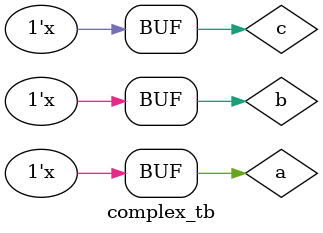
<source format=v>
`timescale 1ns / 1ps
module complex(
    input a,b,c,
    output y1,y2
    );
//Intermediate     
wire t1,t2,t3;

xor x1 (t1,a,b);
xor x2 (y1,c,t1);
and a1 (t2,a,b);    
and a2 (t3,c,t1);
or  o1 (y2,t2,t3);

endmodule

////////////////////////TestBench/////////////
module complex_tb();

reg a,b,c;
wire y1,y2;

initial begin 
a = 0;
b = 0;
c = 0;
end

complex dut(a,b,c,y1,y2);


//Clocks for inputs
always #5  a = ~a;
always #10 b = ~b;
always #15 c = ~c;


endmodule


</source>
